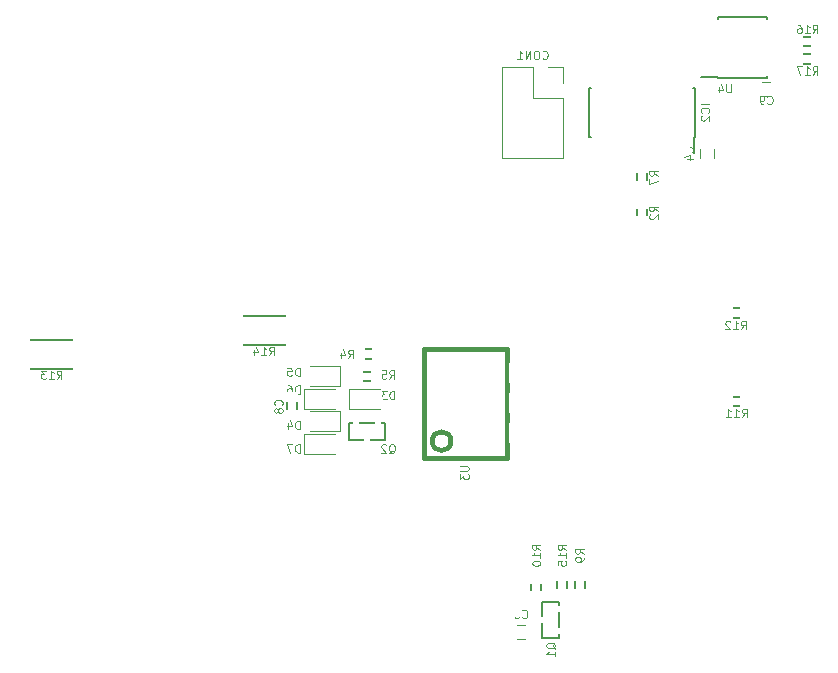
<source format=gbo>
G04 #@! TF.GenerationSoftware,KiCad,Pcbnew,no-vcs-found-f12b19d~59~ubuntu16.04.1*
G04 #@! TF.CreationDate,2017-08-22T16:20:07+03:00*
G04 #@! TF.ProjectId,ssr,7373722E6B696361645F706362000000,rev?*
G04 #@! TF.SameCoordinates,Original*
G04 #@! TF.FileFunction,Legend,Bot*
G04 #@! TF.FilePolarity,Positive*
%FSLAX46Y46*%
G04 Gerber Fmt 4.6, Leading zero omitted, Abs format (unit mm)*
G04 Created by KiCad (PCBNEW no-vcs-found-f12b19d~59~ubuntu16.04.1) date Tue Aug 22 16:20:07 2017*
%MOMM*%
%LPD*%
G01*
G04 APERTURE LIST*
%ADD10C,0.120000*%
%ADD11C,0.381000*%
%ADD12C,0.127000*%
%ADD13C,0.150000*%
%ADD14C,0.110000*%
%ADD15R,0.800000X0.750000*%
%ADD16R,0.750000X0.800000*%
%ADD17O,1.998980X1.998980*%
%ADD18R,1.998980X1.998980*%
%ADD19R,0.600000X0.450000*%
%ADD20C,2.400000*%
%ADD21R,1.500000X1.800000*%
%ADD22O,2.400000X1.600000*%
%ADD23R,2.400000X1.600000*%
%ADD24C,2.000000*%
%ADD25R,1.800000X1.800000*%
%ADD26C,1.800000*%
%ADD27C,3.500120*%
%ADD28C,2.999740*%
%ADD29O,4.000000X2.800000*%
%ADD30C,5.080000*%
%ADD31C,4.000500*%
%ADD32O,1.422400X2.844800*%
%ADD33R,1.000760X0.899160*%
%ADD34R,0.599440X1.000760*%
%ADD35R,0.899160X1.000760*%
%ADD36R,1.600200X2.692400*%
%ADD37R,1.000760X0.599440*%
%ADD38C,1.998980*%
%ADD39R,1.500000X1.500000*%
%ADD40C,1.500000*%
%ADD41R,0.600000X1.500000*%
%ADD42R,1.550000X0.600000*%
%ADD43O,1.700000X1.700000*%
%ADD44R,1.700000X1.700000*%
%ADD45R,2.800000X2.800000*%
%ADD46C,2.800000*%
G04 APERTURE END LIST*
D10*
X169600000Y-83900000D02*
X168900000Y-83900000D01*
X168900000Y-85100000D02*
X169600000Y-85100000D01*
X185600000Y-44350000D02*
X185600000Y-43650000D01*
X184400000Y-43650000D02*
X184400000Y-44350000D01*
X189650000Y-39100000D02*
X190350000Y-39100000D01*
X190350000Y-37900000D02*
X189650000Y-37900000D01*
X154728016Y-65619204D02*
X157278016Y-65619204D01*
X154728016Y-63919204D02*
X157278016Y-63919204D01*
X154728016Y-65619204D02*
X154728016Y-63919204D01*
X153918016Y-65824204D02*
X151368016Y-65824204D01*
X153918016Y-67524204D02*
X151368016Y-67524204D01*
X153918016Y-65824204D02*
X153918016Y-67524204D01*
X153918016Y-62014204D02*
X151368016Y-62014204D01*
X153918016Y-63714204D02*
X151368016Y-63714204D01*
X153918016Y-62014204D02*
X153918016Y-63714204D01*
X150918016Y-65619204D02*
X153468016Y-65619204D01*
X150918016Y-63919204D02*
X153468016Y-63919204D01*
X150918016Y-65619204D02*
X150918016Y-63919204D01*
X150918016Y-69429204D02*
X153468016Y-69429204D01*
X150918016Y-67729204D02*
X153468016Y-67729204D01*
X150918016Y-69429204D02*
X150918016Y-67729204D01*
D11*
X163330000Y-68350000D02*
G75*
G03X163330000Y-68350000I-800000J0D01*
G01*
X168030000Y-69750000D02*
X161030000Y-69750000D01*
X161030000Y-69750000D02*
X161030000Y-60550000D01*
X161030000Y-60550000D02*
X168030000Y-60550000D01*
X168030000Y-60550000D02*
X168030000Y-69750000D01*
D12*
X150284416Y-65963004D02*
X149471616Y-65963004D01*
X149497016Y-64845404D02*
X150284416Y-64845404D01*
X149471616Y-64591404D02*
X149471616Y-66217004D01*
X149471616Y-66217004D02*
X150284416Y-66217004D01*
X150284416Y-66217004D02*
X150284416Y-64591404D01*
X150284416Y-64591404D02*
X149471616Y-64591404D01*
X157180516Y-66824064D02*
X157180516Y-66163664D01*
X155275516Y-66824064D02*
X155275516Y-66163664D01*
X156228016Y-68221064D02*
X156228016Y-68881464D01*
X154729416Y-68221064D02*
X157726616Y-68221064D01*
X157726616Y-68221064D02*
X157726616Y-66824064D01*
X157726616Y-66824064D02*
X154729416Y-66824064D01*
X154729416Y-66824064D02*
X154729416Y-68221064D01*
X179906400Y-49558800D02*
X179093600Y-49558800D01*
X179119000Y-48441200D02*
X179906400Y-48441200D01*
X179093600Y-48187200D02*
X179093600Y-49812800D01*
X179093600Y-49812800D02*
X179906400Y-49812800D01*
X179906400Y-49812800D02*
X179906400Y-48187200D01*
X179906400Y-48187200D02*
X179093600Y-48187200D01*
X156903656Y-60552804D02*
X156903656Y-61365604D01*
X155786056Y-61340204D02*
X155786056Y-60552804D01*
X155532056Y-61365604D02*
X157157656Y-61365604D01*
X157157656Y-61365604D02*
X157157656Y-60552804D01*
X157157656Y-60552804D02*
X155532056Y-60552804D01*
X155532056Y-60552804D02*
X155532056Y-61365604D01*
X156786816Y-62457804D02*
X156786816Y-63270604D01*
X155669216Y-63245204D02*
X155669216Y-62457804D01*
X155415216Y-63270604D02*
X157040816Y-63270604D01*
X157040816Y-63270604D02*
X157040816Y-62457804D01*
X157040816Y-62457804D02*
X155415216Y-62457804D01*
X155415216Y-62457804D02*
X155415216Y-63270604D01*
X179093600Y-45441200D02*
X179906400Y-45441200D01*
X179881000Y-46558800D02*
X179093600Y-46558800D01*
X179906400Y-46812800D02*
X179906400Y-45187200D01*
X179906400Y-45187200D02*
X179093600Y-45187200D01*
X179093600Y-45187200D02*
X179093600Y-46812800D01*
X179093600Y-46812800D02*
X179906400Y-46812800D01*
X173843600Y-79941200D02*
X174656400Y-79941200D01*
X174631000Y-81058800D02*
X173843600Y-81058800D01*
X174656400Y-81312800D02*
X174656400Y-79687200D01*
X174656400Y-79687200D02*
X173843600Y-79687200D01*
X173843600Y-79687200D02*
X173843600Y-81312800D01*
X173843600Y-81312800D02*
X174656400Y-81312800D01*
X170093600Y-80191200D02*
X170906400Y-80191200D01*
X170881000Y-81308800D02*
X170093600Y-81308800D01*
X170906400Y-81562800D02*
X170906400Y-79937200D01*
X170906400Y-79937200D02*
X170093600Y-79937200D01*
X170093600Y-79937200D02*
X170093600Y-81562800D01*
X170093600Y-81562800D02*
X170906400Y-81562800D01*
X186941200Y-65406400D02*
X186941200Y-64593600D01*
X188058800Y-64619000D02*
X188058800Y-65406400D01*
X188312800Y-64593600D02*
X186687200Y-64593600D01*
X186687200Y-64593600D02*
X186687200Y-65406400D01*
X186687200Y-65406400D02*
X188312800Y-65406400D01*
X188312800Y-65406400D02*
X188312800Y-64593600D01*
X186941200Y-57906400D02*
X186941200Y-57093600D01*
X188058800Y-57119000D02*
X188058800Y-57906400D01*
X188312800Y-57093600D02*
X186687200Y-57093600D01*
X186687200Y-57093600D02*
X186687200Y-57906400D01*
X186687200Y-57906400D02*
X188312800Y-57906400D01*
X188312800Y-57906400D02*
X188312800Y-57093600D01*
X149532000Y-57793500D02*
X149532000Y-60206500D01*
X145468000Y-60206500D02*
X145468000Y-57793500D01*
X144896500Y-60206500D02*
X144896500Y-57793500D01*
X144896500Y-57793500D02*
X150103500Y-57793500D01*
X150103500Y-57793500D02*
X150103500Y-60206500D01*
X150103500Y-60206500D02*
X144896500Y-60206500D01*
X131532000Y-59793500D02*
X131532000Y-62206500D01*
X127468000Y-62206500D02*
X127468000Y-59793500D01*
X126896500Y-62206500D02*
X126896500Y-59793500D01*
X126896500Y-59793500D02*
X132103500Y-59793500D01*
X132103500Y-59793500D02*
X132103500Y-62206500D01*
X132103500Y-62206500D02*
X126896500Y-62206500D01*
X172448500Y-84452500D02*
X173108900Y-84452500D01*
X172448500Y-82547500D02*
X173108900Y-82547500D01*
X171051500Y-83500000D02*
X170391100Y-83500000D01*
X171051500Y-82001400D02*
X171051500Y-84998600D01*
X171051500Y-84998600D02*
X172448500Y-84998600D01*
X172448500Y-84998600D02*
X172448500Y-82001400D01*
X172448500Y-82001400D02*
X171051500Y-82001400D01*
X172343600Y-79941200D02*
X173156400Y-79941200D01*
X173131000Y-81058800D02*
X172343600Y-81058800D01*
X173156400Y-81312800D02*
X173156400Y-79687200D01*
X173156400Y-79687200D02*
X172343600Y-79687200D01*
X172343600Y-79687200D02*
X172343600Y-81312800D01*
X172343600Y-81312800D02*
X173156400Y-81312800D01*
D13*
X183925000Y-42575000D02*
X183925000Y-43950000D01*
X175050000Y-42575000D02*
X175050000Y-38425000D01*
X183950000Y-42575000D02*
X183950000Y-38425000D01*
X175050000Y-42575000D02*
X175165000Y-42575000D01*
X175050000Y-38425000D02*
X175165000Y-38425000D01*
X183950000Y-38425000D02*
X183835000Y-38425000D01*
X183950000Y-42575000D02*
X183925000Y-42575000D01*
D12*
X192941200Y-34906400D02*
X192941200Y-34093600D01*
X194058800Y-34119000D02*
X194058800Y-34906400D01*
X194312800Y-34093600D02*
X192687200Y-34093600D01*
X192687200Y-34093600D02*
X192687200Y-34906400D01*
X192687200Y-34906400D02*
X194312800Y-34906400D01*
X194312800Y-34906400D02*
X194312800Y-34093600D01*
X192687200Y-35593600D02*
X192687200Y-36406400D01*
X194312800Y-35593600D02*
X192687200Y-35593600D01*
X194312800Y-36406400D02*
X194312800Y-35593600D01*
X192687200Y-36406400D02*
X194312800Y-36406400D01*
X192941200Y-36381000D02*
X192941200Y-35593600D01*
X194058800Y-35593600D02*
X194058800Y-36406400D01*
D13*
X185925000Y-37525000D02*
X184525000Y-37525000D01*
X185925000Y-32425000D02*
X190075000Y-32425000D01*
X185925000Y-37575000D02*
X190075000Y-37575000D01*
X185925000Y-32425000D02*
X185925000Y-32570000D01*
X190075000Y-32425000D02*
X190075000Y-32570000D01*
X190075000Y-37575000D02*
X190075000Y-37430000D01*
X185925000Y-37575000D02*
X185925000Y-37525000D01*
D10*
X172830000Y-36670000D02*
X171500000Y-36670000D01*
X172830000Y-38000000D02*
X172830000Y-36670000D01*
X170230000Y-36670000D02*
X167630000Y-36670000D01*
X170230000Y-39270000D02*
X170230000Y-36670000D01*
X172830000Y-39270000D02*
X170230000Y-39270000D01*
X167630000Y-36670000D02*
X167630000Y-44410000D01*
X172830000Y-39270000D02*
X172830000Y-44410000D01*
X172830000Y-44410000D02*
X167630000Y-44410000D01*
D14*
X169366666Y-83250000D02*
X169400000Y-83283333D01*
X169500000Y-83316666D01*
X169566666Y-83316666D01*
X169666666Y-83283333D01*
X169733333Y-83216666D01*
X169766666Y-83150000D01*
X169800000Y-83016666D01*
X169800000Y-82916666D01*
X169766666Y-82783333D01*
X169733333Y-82716666D01*
X169666666Y-82650000D01*
X169566666Y-82616666D01*
X169500000Y-82616666D01*
X169400000Y-82650000D01*
X169366666Y-82683333D01*
X168766666Y-82616666D02*
X168900000Y-82616666D01*
X168966666Y-82650000D01*
X169000000Y-82683333D01*
X169066666Y-82783333D01*
X169100000Y-82916666D01*
X169100000Y-83183333D01*
X169066666Y-83250000D01*
X169033333Y-83283333D01*
X168966666Y-83316666D01*
X168833333Y-83316666D01*
X168766666Y-83283333D01*
X168733333Y-83250000D01*
X168700000Y-83183333D01*
X168700000Y-83016666D01*
X168733333Y-82950000D01*
X168766666Y-82916666D01*
X168833333Y-82883333D01*
X168966666Y-82883333D01*
X169033333Y-82916666D01*
X169066666Y-82950000D01*
X169100000Y-83016666D01*
X183750000Y-43883333D02*
X183783333Y-43850000D01*
X183816666Y-43750000D01*
X183816666Y-43683333D01*
X183783333Y-43583333D01*
X183716666Y-43516666D01*
X183650000Y-43483333D01*
X183516666Y-43450000D01*
X183416666Y-43450000D01*
X183283333Y-43483333D01*
X183216666Y-43516666D01*
X183150000Y-43583333D01*
X183116666Y-43683333D01*
X183116666Y-43750000D01*
X183150000Y-43850000D01*
X183183333Y-43883333D01*
X183350000Y-44483333D02*
X183816666Y-44483333D01*
X183083333Y-44316666D02*
X183583333Y-44150000D01*
X183583333Y-44583333D01*
X190116666Y-39750000D02*
X190150000Y-39783333D01*
X190250000Y-39816666D01*
X190316666Y-39816666D01*
X190416666Y-39783333D01*
X190483333Y-39716666D01*
X190516666Y-39650000D01*
X190550000Y-39516666D01*
X190550000Y-39416666D01*
X190516666Y-39283333D01*
X190483333Y-39216666D01*
X190416666Y-39150000D01*
X190316666Y-39116666D01*
X190250000Y-39116666D01*
X190150000Y-39150000D01*
X190116666Y-39183333D01*
X189783333Y-39816666D02*
X189650000Y-39816666D01*
X189583333Y-39783333D01*
X189550000Y-39750000D01*
X189483333Y-39650000D01*
X189450000Y-39516666D01*
X189450000Y-39250000D01*
X189483333Y-39183333D01*
X189516666Y-39150000D01*
X189583333Y-39116666D01*
X189716666Y-39116666D01*
X189783333Y-39150000D01*
X189816666Y-39183333D01*
X189850000Y-39250000D01*
X189850000Y-39416666D01*
X189816666Y-39483333D01*
X189783333Y-39516666D01*
X189716666Y-39550000D01*
X189583333Y-39550000D01*
X189516666Y-39516666D01*
X189483333Y-39483333D01*
X189450000Y-39416666D01*
X158516666Y-64816666D02*
X158516666Y-64116666D01*
X158350000Y-64116666D01*
X158250000Y-64150000D01*
X158183333Y-64216666D01*
X158150000Y-64283333D01*
X158116666Y-64416666D01*
X158116666Y-64516666D01*
X158150000Y-64650000D01*
X158183333Y-64716666D01*
X158250000Y-64783333D01*
X158350000Y-64816666D01*
X158516666Y-64816666D01*
X157883333Y-64116666D02*
X157450000Y-64116666D01*
X157683333Y-64383333D01*
X157583333Y-64383333D01*
X157516666Y-64416666D01*
X157483333Y-64450000D01*
X157450000Y-64516666D01*
X157450000Y-64683333D01*
X157483333Y-64750000D01*
X157516666Y-64783333D01*
X157583333Y-64816666D01*
X157783333Y-64816666D01*
X157850000Y-64783333D01*
X157883333Y-64750000D01*
X150516666Y-67316666D02*
X150516666Y-66616666D01*
X150350000Y-66616666D01*
X150250000Y-66650000D01*
X150183333Y-66716666D01*
X150150000Y-66783333D01*
X150116666Y-66916666D01*
X150116666Y-67016666D01*
X150150000Y-67150000D01*
X150183333Y-67216666D01*
X150250000Y-67283333D01*
X150350000Y-67316666D01*
X150516666Y-67316666D01*
X149516666Y-66850000D02*
X149516666Y-67316666D01*
X149683333Y-66583333D02*
X149850000Y-67083333D01*
X149416666Y-67083333D01*
X150516666Y-62816666D02*
X150516666Y-62116666D01*
X150350000Y-62116666D01*
X150250000Y-62150000D01*
X150183333Y-62216666D01*
X150150000Y-62283333D01*
X150116666Y-62416666D01*
X150116666Y-62516666D01*
X150150000Y-62650000D01*
X150183333Y-62716666D01*
X150250000Y-62783333D01*
X150350000Y-62816666D01*
X150516666Y-62816666D01*
X149483333Y-62116666D02*
X149816666Y-62116666D01*
X149850000Y-62450000D01*
X149816666Y-62416666D01*
X149750000Y-62383333D01*
X149583333Y-62383333D01*
X149516666Y-62416666D01*
X149483333Y-62450000D01*
X149450000Y-62516666D01*
X149450000Y-62683333D01*
X149483333Y-62750000D01*
X149516666Y-62783333D01*
X149583333Y-62816666D01*
X149750000Y-62816666D01*
X149816666Y-62783333D01*
X149850000Y-62750000D01*
X150516666Y-64316666D02*
X150516666Y-63616666D01*
X150350000Y-63616666D01*
X150250000Y-63650000D01*
X150183333Y-63716666D01*
X150150000Y-63783333D01*
X150116666Y-63916666D01*
X150116666Y-64016666D01*
X150150000Y-64150000D01*
X150183333Y-64216666D01*
X150250000Y-64283333D01*
X150350000Y-64316666D01*
X150516666Y-64316666D01*
X149516666Y-63616666D02*
X149650000Y-63616666D01*
X149716666Y-63650000D01*
X149750000Y-63683333D01*
X149816666Y-63783333D01*
X149850000Y-63916666D01*
X149850000Y-64183333D01*
X149816666Y-64250000D01*
X149783333Y-64283333D01*
X149716666Y-64316666D01*
X149583333Y-64316666D01*
X149516666Y-64283333D01*
X149483333Y-64250000D01*
X149450000Y-64183333D01*
X149450000Y-64016666D01*
X149483333Y-63950000D01*
X149516666Y-63916666D01*
X149583333Y-63883333D01*
X149716666Y-63883333D01*
X149783333Y-63916666D01*
X149816666Y-63950000D01*
X149850000Y-64016666D01*
X150516666Y-69316666D02*
X150516666Y-68616666D01*
X150350000Y-68616666D01*
X150250000Y-68650000D01*
X150183333Y-68716666D01*
X150150000Y-68783333D01*
X150116666Y-68916666D01*
X150116666Y-69016666D01*
X150150000Y-69150000D01*
X150183333Y-69216666D01*
X150250000Y-69283333D01*
X150350000Y-69316666D01*
X150516666Y-69316666D01*
X149883333Y-68616666D02*
X149416666Y-68616666D01*
X149716666Y-69316666D01*
X164116666Y-70466666D02*
X164683333Y-70466666D01*
X164750000Y-70500000D01*
X164783333Y-70533333D01*
X164816666Y-70600000D01*
X164816666Y-70733333D01*
X164783333Y-70800000D01*
X164750000Y-70833333D01*
X164683333Y-70866666D01*
X164116666Y-70866666D01*
X164116666Y-71133333D02*
X164116666Y-71566666D01*
X164383333Y-71333333D01*
X164383333Y-71433333D01*
X164416666Y-71500000D01*
X164450000Y-71533333D01*
X164516666Y-71566666D01*
X164683333Y-71566666D01*
X164750000Y-71533333D01*
X164783333Y-71500000D01*
X164816666Y-71433333D01*
X164816666Y-71233333D01*
X164783333Y-71166666D01*
X164750000Y-71133333D01*
X149000000Y-65287537D02*
X149033333Y-65254204D01*
X149066666Y-65154204D01*
X149066666Y-65087537D01*
X149033333Y-64987537D01*
X148966666Y-64920870D01*
X148900000Y-64887537D01*
X148766666Y-64854204D01*
X148666666Y-64854204D01*
X148533333Y-64887537D01*
X148466666Y-64920870D01*
X148400000Y-64987537D01*
X148366666Y-65087537D01*
X148366666Y-65154204D01*
X148400000Y-65254204D01*
X148433333Y-65287537D01*
X148666666Y-65687537D02*
X148633333Y-65620870D01*
X148600000Y-65587537D01*
X148533333Y-65554204D01*
X148500000Y-65554204D01*
X148433333Y-65587537D01*
X148400000Y-65620870D01*
X148366666Y-65687537D01*
X148366666Y-65820870D01*
X148400000Y-65887537D01*
X148433333Y-65920870D01*
X148500000Y-65954204D01*
X148533333Y-65954204D01*
X148600000Y-65920870D01*
X148633333Y-65887537D01*
X148666666Y-65820870D01*
X148666666Y-65687537D01*
X148700000Y-65620870D01*
X148733333Y-65587537D01*
X148800000Y-65554204D01*
X148933333Y-65554204D01*
X149000000Y-65587537D01*
X149033333Y-65620870D01*
X149066666Y-65687537D01*
X149066666Y-65820870D01*
X149033333Y-65887537D01*
X149000000Y-65920870D01*
X148933333Y-65954204D01*
X148800000Y-65954204D01*
X148733333Y-65920870D01*
X148700000Y-65887537D01*
X148666666Y-65820870D01*
X158066666Y-69383333D02*
X158133333Y-69350000D01*
X158200000Y-69283333D01*
X158300000Y-69183333D01*
X158366666Y-69150000D01*
X158433333Y-69150000D01*
X158400000Y-69316666D02*
X158466666Y-69283333D01*
X158533333Y-69216666D01*
X158566666Y-69083333D01*
X158566666Y-68850000D01*
X158533333Y-68716666D01*
X158466666Y-68650000D01*
X158400000Y-68616666D01*
X158266666Y-68616666D01*
X158200000Y-68650000D01*
X158133333Y-68716666D01*
X158100000Y-68850000D01*
X158100000Y-69083333D01*
X158133333Y-69216666D01*
X158200000Y-69283333D01*
X158266666Y-69316666D01*
X158400000Y-69316666D01*
X157833333Y-68683333D02*
X157800000Y-68650000D01*
X157733333Y-68616666D01*
X157566666Y-68616666D01*
X157500000Y-68650000D01*
X157466666Y-68683333D01*
X157433333Y-68750000D01*
X157433333Y-68816666D01*
X157466666Y-68916666D01*
X157866666Y-69316666D01*
X157433333Y-69316666D01*
X180816666Y-48883333D02*
X180483333Y-48650000D01*
X180816666Y-48483333D02*
X180116666Y-48483333D01*
X180116666Y-48750000D01*
X180150000Y-48816666D01*
X180183333Y-48850000D01*
X180250000Y-48883333D01*
X180350000Y-48883333D01*
X180416666Y-48850000D01*
X180450000Y-48816666D01*
X180483333Y-48750000D01*
X180483333Y-48483333D01*
X180183333Y-49150000D02*
X180150000Y-49183333D01*
X180116666Y-49250000D01*
X180116666Y-49416666D01*
X180150000Y-49483333D01*
X180183333Y-49516666D01*
X180250000Y-49550000D01*
X180316666Y-49550000D01*
X180416666Y-49516666D01*
X180816666Y-49116666D01*
X180816666Y-49550000D01*
X154616666Y-61316666D02*
X154850000Y-60983333D01*
X155016666Y-61316666D02*
X155016666Y-60616666D01*
X154750000Y-60616666D01*
X154683333Y-60650000D01*
X154650000Y-60683333D01*
X154616666Y-60750000D01*
X154616666Y-60850000D01*
X154650000Y-60916666D01*
X154683333Y-60950000D01*
X154750000Y-60983333D01*
X155016666Y-60983333D01*
X154016666Y-60850000D02*
X154016666Y-61316666D01*
X154183333Y-60583333D02*
X154350000Y-61083333D01*
X153916666Y-61083333D01*
X158116666Y-63066666D02*
X158350000Y-62733333D01*
X158516666Y-63066666D02*
X158516666Y-62366666D01*
X158250000Y-62366666D01*
X158183333Y-62400000D01*
X158150000Y-62433333D01*
X158116666Y-62500000D01*
X158116666Y-62600000D01*
X158150000Y-62666666D01*
X158183333Y-62700000D01*
X158250000Y-62733333D01*
X158516666Y-62733333D01*
X157483333Y-62366666D02*
X157816666Y-62366666D01*
X157850000Y-62700000D01*
X157816666Y-62666666D01*
X157750000Y-62633333D01*
X157583333Y-62633333D01*
X157516666Y-62666666D01*
X157483333Y-62700000D01*
X157450000Y-62766666D01*
X157450000Y-62933333D01*
X157483333Y-63000000D01*
X157516666Y-63033333D01*
X157583333Y-63066666D01*
X157750000Y-63066666D01*
X157816666Y-63033333D01*
X157850000Y-63000000D01*
X180816666Y-45883333D02*
X180483333Y-45650000D01*
X180816666Y-45483333D02*
X180116666Y-45483333D01*
X180116666Y-45750000D01*
X180150000Y-45816666D01*
X180183333Y-45850000D01*
X180250000Y-45883333D01*
X180350000Y-45883333D01*
X180416666Y-45850000D01*
X180450000Y-45816666D01*
X180483333Y-45750000D01*
X180483333Y-45483333D01*
X180116666Y-46116666D02*
X180116666Y-46583333D01*
X180816666Y-46283333D01*
X174566666Y-77883333D02*
X174233333Y-77650000D01*
X174566666Y-77483333D02*
X173866666Y-77483333D01*
X173866666Y-77750000D01*
X173900000Y-77816666D01*
X173933333Y-77850000D01*
X174000000Y-77883333D01*
X174100000Y-77883333D01*
X174166666Y-77850000D01*
X174200000Y-77816666D01*
X174233333Y-77750000D01*
X174233333Y-77483333D01*
X174566666Y-78216666D02*
X174566666Y-78350000D01*
X174533333Y-78416666D01*
X174500000Y-78450000D01*
X174400000Y-78516666D01*
X174266666Y-78550000D01*
X174000000Y-78550000D01*
X173933333Y-78516666D01*
X173900000Y-78483333D01*
X173866666Y-78416666D01*
X173866666Y-78283333D01*
X173900000Y-78216666D01*
X173933333Y-78183333D01*
X174000000Y-78150000D01*
X174166666Y-78150000D01*
X174233333Y-78183333D01*
X174266666Y-78216666D01*
X174300000Y-78283333D01*
X174300000Y-78416666D01*
X174266666Y-78483333D01*
X174233333Y-78516666D01*
X174166666Y-78550000D01*
X170896666Y-77550000D02*
X170563333Y-77316666D01*
X170896666Y-77150000D02*
X170196666Y-77150000D01*
X170196666Y-77416666D01*
X170230000Y-77483333D01*
X170263333Y-77516666D01*
X170330000Y-77550000D01*
X170430000Y-77550000D01*
X170496666Y-77516666D01*
X170530000Y-77483333D01*
X170563333Y-77416666D01*
X170563333Y-77150000D01*
X170896666Y-78216666D02*
X170896666Y-77816666D01*
X170896666Y-78016666D02*
X170196666Y-78016666D01*
X170296666Y-77950000D01*
X170363333Y-77883333D01*
X170396666Y-77816666D01*
X170196666Y-78650000D02*
X170196666Y-78716666D01*
X170230000Y-78783333D01*
X170263333Y-78816666D01*
X170330000Y-78850000D01*
X170463333Y-78883333D01*
X170630000Y-78883333D01*
X170763333Y-78850000D01*
X170830000Y-78816666D01*
X170863333Y-78783333D01*
X170896666Y-78716666D01*
X170896666Y-78650000D01*
X170863333Y-78583333D01*
X170830000Y-78550000D01*
X170763333Y-78516666D01*
X170630000Y-78483333D01*
X170463333Y-78483333D01*
X170330000Y-78516666D01*
X170263333Y-78550000D01*
X170230000Y-78583333D01*
X170196666Y-78650000D01*
X187950000Y-66316666D02*
X188183333Y-65983333D01*
X188350000Y-66316666D02*
X188350000Y-65616666D01*
X188083333Y-65616666D01*
X188016666Y-65650000D01*
X187983333Y-65683333D01*
X187950000Y-65750000D01*
X187950000Y-65850000D01*
X187983333Y-65916666D01*
X188016666Y-65950000D01*
X188083333Y-65983333D01*
X188350000Y-65983333D01*
X187283333Y-66316666D02*
X187683333Y-66316666D01*
X187483333Y-66316666D02*
X187483333Y-65616666D01*
X187550000Y-65716666D01*
X187616666Y-65783333D01*
X187683333Y-65816666D01*
X186616666Y-66316666D02*
X187016666Y-66316666D01*
X186816666Y-66316666D02*
X186816666Y-65616666D01*
X186883333Y-65716666D01*
X186950000Y-65783333D01*
X187016666Y-65816666D01*
X187886000Y-58880666D02*
X188119333Y-58547333D01*
X188286000Y-58880666D02*
X188286000Y-58180666D01*
X188019333Y-58180666D01*
X187952666Y-58214000D01*
X187919333Y-58247333D01*
X187886000Y-58314000D01*
X187886000Y-58414000D01*
X187919333Y-58480666D01*
X187952666Y-58514000D01*
X188019333Y-58547333D01*
X188286000Y-58547333D01*
X187219333Y-58880666D02*
X187619333Y-58880666D01*
X187419333Y-58880666D02*
X187419333Y-58180666D01*
X187486000Y-58280666D01*
X187552666Y-58347333D01*
X187619333Y-58380666D01*
X186952666Y-58247333D02*
X186919333Y-58214000D01*
X186852666Y-58180666D01*
X186686000Y-58180666D01*
X186619333Y-58214000D01*
X186586000Y-58247333D01*
X186552666Y-58314000D01*
X186552666Y-58380666D01*
X186586000Y-58480666D01*
X186986000Y-58880666D01*
X186552666Y-58880666D01*
X147950000Y-61069266D02*
X148183333Y-60735933D01*
X148350000Y-61069266D02*
X148350000Y-60369266D01*
X148083333Y-60369266D01*
X148016666Y-60402600D01*
X147983333Y-60435933D01*
X147950000Y-60502600D01*
X147950000Y-60602600D01*
X147983333Y-60669266D01*
X148016666Y-60702600D01*
X148083333Y-60735933D01*
X148350000Y-60735933D01*
X147283333Y-61069266D02*
X147683333Y-61069266D01*
X147483333Y-61069266D02*
X147483333Y-60369266D01*
X147550000Y-60469266D01*
X147616666Y-60535933D01*
X147683333Y-60569266D01*
X146683333Y-60602600D02*
X146683333Y-61069266D01*
X146850000Y-60335933D02*
X147016666Y-60835933D01*
X146583333Y-60835933D01*
X129950000Y-63069266D02*
X130183333Y-62735933D01*
X130350000Y-63069266D02*
X130350000Y-62369266D01*
X130083333Y-62369266D01*
X130016666Y-62402600D01*
X129983333Y-62435933D01*
X129950000Y-62502600D01*
X129950000Y-62602600D01*
X129983333Y-62669266D01*
X130016666Y-62702600D01*
X130083333Y-62735933D01*
X130350000Y-62735933D01*
X129283333Y-63069266D02*
X129683333Y-63069266D01*
X129483333Y-63069266D02*
X129483333Y-62369266D01*
X129550000Y-62469266D01*
X129616666Y-62535933D01*
X129683333Y-62569266D01*
X129050000Y-62369266D02*
X128616666Y-62369266D01*
X128850000Y-62635933D01*
X128750000Y-62635933D01*
X128683333Y-62669266D01*
X128650000Y-62702600D01*
X128616666Y-62769266D01*
X128616666Y-62935933D01*
X128650000Y-63002600D01*
X128683333Y-63035933D01*
X128750000Y-63069266D01*
X128950000Y-63069266D01*
X129016666Y-63035933D01*
X129050000Y-63002600D01*
X172173333Y-85933333D02*
X172140000Y-85866666D01*
X172073333Y-85800000D01*
X171973333Y-85700000D01*
X171940000Y-85633333D01*
X171940000Y-85566666D01*
X172106666Y-85600000D02*
X172073333Y-85533333D01*
X172006666Y-85466666D01*
X171873333Y-85433333D01*
X171640000Y-85433333D01*
X171506666Y-85466666D01*
X171440000Y-85533333D01*
X171406666Y-85600000D01*
X171406666Y-85733333D01*
X171440000Y-85800000D01*
X171506666Y-85866666D01*
X171640000Y-85900000D01*
X171873333Y-85900000D01*
X172006666Y-85866666D01*
X172073333Y-85800000D01*
X172106666Y-85733333D01*
X172106666Y-85600000D01*
X172106666Y-86566666D02*
X172106666Y-86166666D01*
X172106666Y-86366666D02*
X171406666Y-86366666D01*
X171506666Y-86300000D01*
X171573333Y-86233333D01*
X171606666Y-86166666D01*
X173066666Y-77550000D02*
X172733333Y-77316666D01*
X173066666Y-77150000D02*
X172366666Y-77150000D01*
X172366666Y-77416666D01*
X172400000Y-77483333D01*
X172433333Y-77516666D01*
X172500000Y-77550000D01*
X172600000Y-77550000D01*
X172666666Y-77516666D01*
X172700000Y-77483333D01*
X172733333Y-77416666D01*
X172733333Y-77150000D01*
X173066666Y-78216666D02*
X173066666Y-77816666D01*
X173066666Y-78016666D02*
X172366666Y-78016666D01*
X172466666Y-77950000D01*
X172533333Y-77883333D01*
X172566666Y-77816666D01*
X172366666Y-78850000D02*
X172366666Y-78516666D01*
X172700000Y-78483333D01*
X172666666Y-78516666D01*
X172633333Y-78583333D01*
X172633333Y-78750000D01*
X172666666Y-78816666D01*
X172700000Y-78850000D01*
X172766666Y-78883333D01*
X172933333Y-78883333D01*
X173000000Y-78850000D01*
X173033333Y-78816666D01*
X173066666Y-78750000D01*
X173066666Y-78583333D01*
X173033333Y-78516666D01*
X173000000Y-78483333D01*
X185191666Y-39816666D02*
X184491666Y-39816666D01*
X185125000Y-40550000D02*
X185158333Y-40516666D01*
X185191666Y-40416666D01*
X185191666Y-40350000D01*
X185158333Y-40250000D01*
X185091666Y-40183333D01*
X185025000Y-40150000D01*
X184891666Y-40116666D01*
X184791666Y-40116666D01*
X184658333Y-40150000D01*
X184591666Y-40183333D01*
X184525000Y-40250000D01*
X184491666Y-40350000D01*
X184491666Y-40416666D01*
X184525000Y-40516666D01*
X184558333Y-40550000D01*
X184558333Y-40816666D02*
X184525000Y-40850000D01*
X184491666Y-40916666D01*
X184491666Y-41083333D01*
X184525000Y-41150000D01*
X184558333Y-41183333D01*
X184625000Y-41216666D01*
X184691666Y-41216666D01*
X184791666Y-41183333D01*
X185191666Y-40783333D01*
X185191666Y-41216666D01*
X193950000Y-33816666D02*
X194183333Y-33483333D01*
X194350000Y-33816666D02*
X194350000Y-33116666D01*
X194083333Y-33116666D01*
X194016666Y-33150000D01*
X193983333Y-33183333D01*
X193950000Y-33250000D01*
X193950000Y-33350000D01*
X193983333Y-33416666D01*
X194016666Y-33450000D01*
X194083333Y-33483333D01*
X194350000Y-33483333D01*
X193283333Y-33816666D02*
X193683333Y-33816666D01*
X193483333Y-33816666D02*
X193483333Y-33116666D01*
X193550000Y-33216666D01*
X193616666Y-33283333D01*
X193683333Y-33316666D01*
X192683333Y-33116666D02*
X192816666Y-33116666D01*
X192883333Y-33150000D01*
X192916666Y-33183333D01*
X192983333Y-33283333D01*
X193016666Y-33416666D01*
X193016666Y-33683333D01*
X192983333Y-33750000D01*
X192950000Y-33783333D01*
X192883333Y-33816666D01*
X192750000Y-33816666D01*
X192683333Y-33783333D01*
X192650000Y-33750000D01*
X192616666Y-33683333D01*
X192616666Y-33516666D01*
X192650000Y-33450000D01*
X192683333Y-33416666D01*
X192750000Y-33383333D01*
X192883333Y-33383333D01*
X192950000Y-33416666D01*
X192983333Y-33450000D01*
X193016666Y-33516666D01*
X193950000Y-37316666D02*
X194183333Y-36983333D01*
X194350000Y-37316666D02*
X194350000Y-36616666D01*
X194083333Y-36616666D01*
X194016666Y-36650000D01*
X193983333Y-36683333D01*
X193950000Y-36750000D01*
X193950000Y-36850000D01*
X193983333Y-36916666D01*
X194016666Y-36950000D01*
X194083333Y-36983333D01*
X194350000Y-36983333D01*
X193283333Y-37316666D02*
X193683333Y-37316666D01*
X193483333Y-37316666D02*
X193483333Y-36616666D01*
X193550000Y-36716666D01*
X193616666Y-36783333D01*
X193683333Y-36816666D01*
X193050000Y-36616666D02*
X192583333Y-36616666D01*
X192883333Y-37316666D01*
X187033333Y-38116666D02*
X187033333Y-38683333D01*
X187000000Y-38750000D01*
X186966666Y-38783333D01*
X186900000Y-38816666D01*
X186766666Y-38816666D01*
X186700000Y-38783333D01*
X186666666Y-38750000D01*
X186633333Y-38683333D01*
X186633333Y-38116666D01*
X186000000Y-38350000D02*
X186000000Y-38816666D01*
X186166666Y-38083333D02*
X186333333Y-38583333D01*
X185900000Y-38583333D01*
X171080000Y-35920000D02*
X171113333Y-35953333D01*
X171213333Y-35986666D01*
X171280000Y-35986666D01*
X171380000Y-35953333D01*
X171446666Y-35886666D01*
X171480000Y-35820000D01*
X171513333Y-35686666D01*
X171513333Y-35586666D01*
X171480000Y-35453333D01*
X171446666Y-35386666D01*
X171380000Y-35320000D01*
X171280000Y-35286666D01*
X171213333Y-35286666D01*
X171113333Y-35320000D01*
X171080000Y-35353333D01*
X170646666Y-35286666D02*
X170513333Y-35286666D01*
X170446666Y-35320000D01*
X170380000Y-35386666D01*
X170346666Y-35520000D01*
X170346666Y-35753333D01*
X170380000Y-35886666D01*
X170446666Y-35953333D01*
X170513333Y-35986666D01*
X170646666Y-35986666D01*
X170713333Y-35953333D01*
X170780000Y-35886666D01*
X170813333Y-35753333D01*
X170813333Y-35520000D01*
X170780000Y-35386666D01*
X170713333Y-35320000D01*
X170646666Y-35286666D01*
X170046666Y-35986666D02*
X170046666Y-35286666D01*
X169646666Y-35986666D01*
X169646666Y-35286666D01*
X168946666Y-35986666D02*
X169346666Y-35986666D01*
X169146666Y-35986666D02*
X169146666Y-35286666D01*
X169213333Y-35386666D01*
X169280000Y-35453333D01*
X169346666Y-35486666D01*
%LPC*%
D15*
X170000000Y-84500000D03*
X168500000Y-84500000D03*
D16*
X185000000Y-44750000D03*
X185000000Y-43250000D03*
D15*
X189250000Y-38500000D03*
X190750000Y-38500000D03*
D17*
X196500000Y-78880000D03*
D18*
X196500000Y-86500000D03*
D17*
X196500000Y-83960000D03*
X196500000Y-81420000D03*
X196500000Y-31420000D03*
D18*
X196500000Y-39040000D03*
D17*
X196500000Y-36500000D03*
X196500000Y-33960000D03*
D19*
X157278016Y-64769204D03*
X155178016Y-64769204D03*
X151368016Y-66674204D03*
X153468016Y-66674204D03*
X151368016Y-62864204D03*
X153468016Y-62864204D03*
X153468016Y-64769204D03*
X151368016Y-64769204D03*
X153468016Y-68579204D03*
X151368016Y-68579204D03*
D20*
X119500000Y-86500000D03*
X119500000Y-71500000D03*
D21*
X160024040Y-67690000D03*
X160024040Y-65150000D03*
X160024040Y-62610000D03*
X169035960Y-62610000D03*
X169035960Y-65150000D03*
X169030000Y-67690000D03*
D22*
X160380000Y-82500000D03*
X168000000Y-77420000D03*
X160380000Y-79960000D03*
X168000000Y-79960000D03*
X160380000Y-77420000D03*
D23*
X168000000Y-82500000D03*
D24*
X108500000Y-83500000D03*
X108500000Y-73500000D03*
D20*
X137500000Y-25500000D03*
X152500000Y-25500000D03*
D25*
X190000000Y-65000000D03*
D26*
X190000000Y-62460000D03*
D25*
X190000000Y-57500000D03*
D26*
X190000000Y-54960000D03*
D27*
X105001260Y-94998740D03*
X105001260Y-24998880D03*
X195001080Y-24998880D03*
X195001080Y-94998740D03*
D28*
X147890000Y-84000000D03*
X130110000Y-84000000D03*
D29*
X103000000Y-65524500D03*
X103000000Y-60000000D03*
X103000000Y-54475500D03*
D30*
X114000000Y-61000000D03*
X114000000Y-53380000D03*
X114000000Y-25948000D03*
X114000000Y-33568000D03*
D31*
X139999960Y-67500000D03*
X139999960Y-47500040D03*
D32*
X122111000Y-45040000D03*
X123889000Y-39960000D03*
D33*
X149878016Y-66156044D03*
X149878016Y-64652364D03*
D34*
X155275516Y-66465924D03*
X156228016Y-68579204D03*
X157180516Y-66465924D03*
D33*
X179500000Y-49751840D03*
X179500000Y-48248160D03*
D35*
X157096696Y-60959204D03*
X155593016Y-60959204D03*
X156979856Y-62864204D03*
X155476176Y-62864204D03*
D33*
X179500000Y-45248160D03*
X179500000Y-46751840D03*
X174250000Y-79748160D03*
X174250000Y-81251840D03*
X170500000Y-79998160D03*
X170500000Y-81501840D03*
D35*
X186748160Y-65000000D03*
X188251840Y-65000000D03*
X186748160Y-57500000D03*
X188251840Y-57500000D03*
D36*
X150078100Y-59000000D03*
X144921900Y-59000000D03*
X132078100Y-61000000D03*
X126921900Y-61000000D03*
D37*
X172806640Y-82547500D03*
X170693360Y-83500000D03*
X172806640Y-84452500D03*
D33*
X172750000Y-79748160D03*
X172750000Y-81251840D03*
D38*
X137420000Y-30500000D03*
X147580000Y-30500000D03*
D28*
X125500000Y-83890000D03*
X125500000Y-66110000D03*
D38*
X114000000Y-81620000D03*
X114000000Y-66380000D03*
D39*
X152000000Y-71500000D03*
D40*
X154000000Y-71500000D03*
D39*
X191000000Y-42000000D03*
D40*
X189000000Y-42000000D03*
D41*
X183310000Y-37800000D03*
X182040000Y-37800000D03*
X180770000Y-37800000D03*
X179500000Y-37800000D03*
X178230000Y-37800000D03*
X176960000Y-37800000D03*
X175690000Y-37800000D03*
X175690000Y-43200000D03*
X176960000Y-43200000D03*
X178230000Y-43200000D03*
X179500000Y-43200000D03*
X180770000Y-43200000D03*
X182040000Y-43200000D03*
X183310000Y-43200000D03*
D35*
X192748160Y-34500000D03*
X194251840Y-34500000D03*
X192748160Y-36000000D03*
X194251840Y-36000000D03*
D42*
X190700000Y-36905000D03*
X190700000Y-35635000D03*
X190700000Y-34365000D03*
X190700000Y-33095000D03*
X185300000Y-33095000D03*
X185300000Y-34365000D03*
X185300000Y-35635000D03*
X185300000Y-36905000D03*
D43*
X168960000Y-43080000D03*
X171500000Y-43080000D03*
X168960000Y-40540000D03*
X171500000Y-40540000D03*
X168960000Y-38000000D03*
D44*
X171500000Y-38000000D03*
D45*
X130500000Y-25500000D03*
D46*
X130500000Y-31000000D03*
X160000000Y-31000000D03*
D45*
X160000000Y-25500000D03*
M02*

</source>
